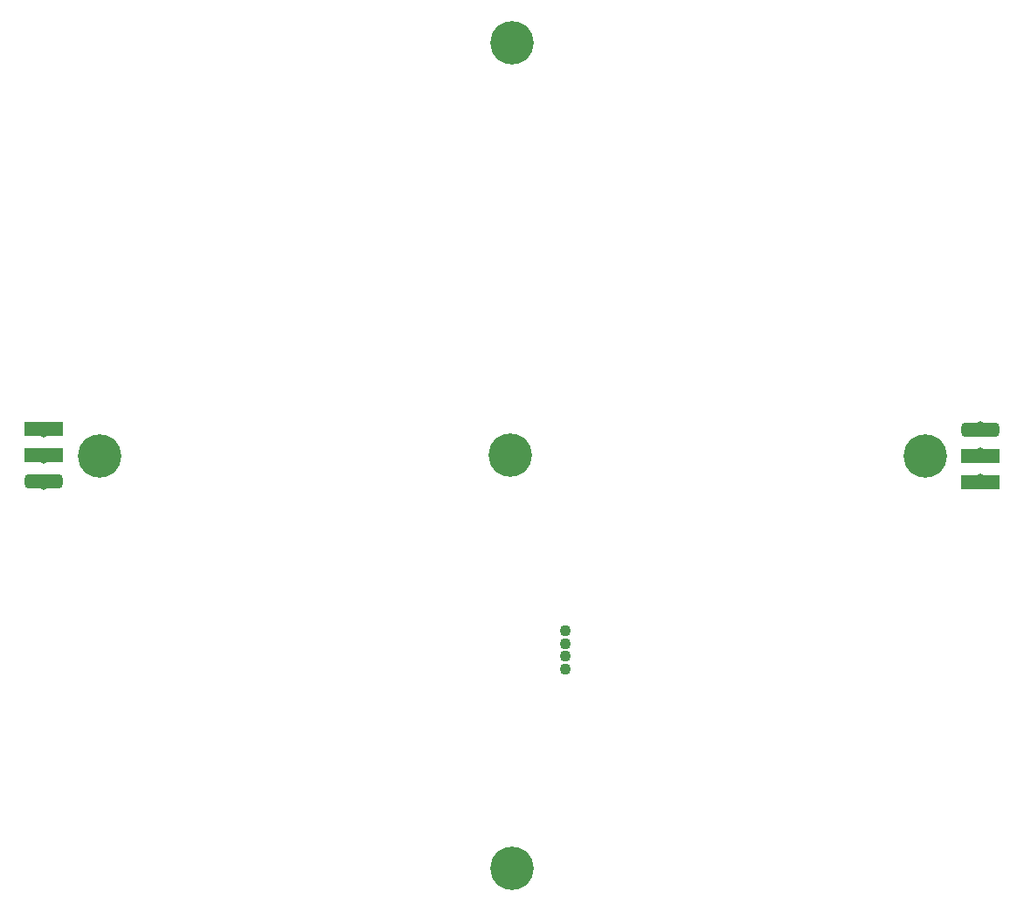
<source format=gbs>
G04*
G04 #@! TF.GenerationSoftware,Altium Limited,Altium Designer,21.0.9 (235)*
G04*
G04 Layer_Color=16711935*
%FSLAX44Y44*%
%MOMM*%
G71*
G04*
G04 #@! TF.SameCoordinates,FCB3D206-118C-4BCE-AE63-394E7735AD57*
G04*
G04*
G04 #@! TF.FilePolarity,Negative*
G04*
G01*
G75*
%ADD44R,3.7032X1.4032*%
G04:AMPARAMS|DCode=45|XSize=1.4032mm|YSize=3.7032mm|CornerRadius=0.4016mm|HoleSize=0mm|Usage=FLASHONLY|Rotation=90.000|XOffset=0mm|YOffset=0mm|HoleType=Round|Shape=RoundedRectangle|*
%AMROUNDEDRECTD45*
21,1,1.4032,2.9000,0,0,90.0*
21,1,0.6000,3.7032,0,0,90.0*
1,1,0.8032,1.4500,0.3000*
1,1,0.8032,1.4500,-0.3000*
1,1,0.8032,-1.4500,-0.3000*
1,1,0.8032,-1.4500,0.3000*
%
%ADD45ROUNDEDRECTD45*%
%ADD49C,4.2032*%
%ADD50C,1.4732*%
%ADD55C,1.1032*%
D44*
X953984Y499598D02*
D03*
Y474198D02*
D03*
X46016Y500401D02*
D03*
Y525801D02*
D03*
D45*
X953984Y524998D02*
D03*
X46016Y475001D02*
D03*
D49*
X498000Y501000D02*
D03*
X500000Y900000D02*
D03*
Y100000D02*
D03*
X900000Y500000D02*
D03*
X100000D02*
D03*
D50*
X953984Y475002D02*
D03*
Y500402D02*
D03*
Y525802D02*
D03*
X46016Y474198D02*
D03*
Y499598D02*
D03*
Y524998D02*
D03*
D55*
X551500Y293150D02*
D03*
Y305650D02*
D03*
Y318150D02*
D03*
Y330650D02*
D03*
M02*

</source>
